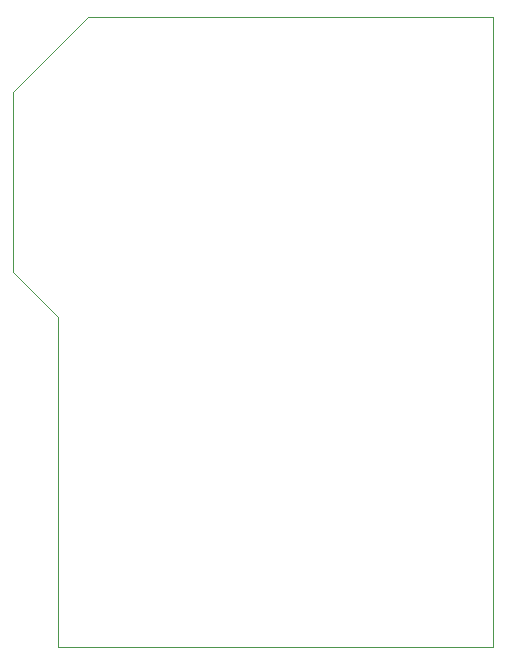
<source format=gm1>
%TF.GenerationSoftware,KiCad,Pcbnew,(6.0.6)*%
%TF.CreationDate,2022-07-04T12:30:35-04:00*%
%TF.ProjectId,HP9825_ROM_Replacement,48503938-3235-45f5-924f-4d5f5265706c,rev?*%
%TF.SameCoordinates,Original*%
%TF.FileFunction,Profile,NP*%
%FSLAX46Y46*%
G04 Gerber Fmt 4.6, Leading zero omitted, Abs format (unit mm)*
G04 Created by KiCad (PCBNEW (6.0.6)) date 2022-07-04 12:30:35*
%MOMM*%
%LPD*%
G01*
G04 APERTURE LIST*
%TA.AperFunction,Profile*%
%ADD10C,0.100000*%
%TD*%
G04 APERTURE END LIST*
D10*
X155702000Y-79756000D02*
X162052000Y-73406000D01*
X196342000Y-73406000D02*
X196342000Y-91186000D01*
X162052000Y-73406000D02*
X196342000Y-73406000D01*
X196342000Y-91186000D02*
X196342000Y-126746000D01*
X159512000Y-98806000D02*
X155702000Y-94996000D01*
X155702000Y-94996000D02*
X155702000Y-79756000D01*
X159512000Y-126746000D02*
X159512000Y-98806000D01*
X196342000Y-126746000D02*
X159512000Y-126746000D01*
M02*

</source>
